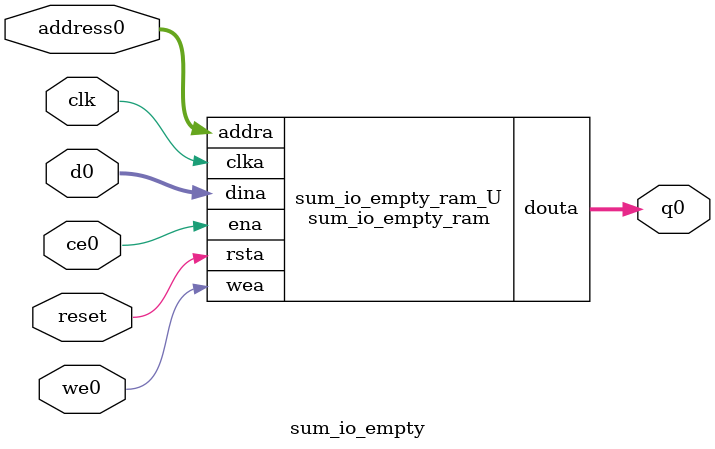
<source format=v>


`timescale 1ps/1ps
module sum_io_empty_ram # (

  // Common module parameters
  parameter integer                 MEMORY_SIZE        = 80000,
  parameter                         MEMORY_PRIMITIVE   = "ultra",
  parameter                         ECC_MODE           = "no_ecc",
  parameter                         MEMORY_INIT_FILE   = "none",
  parameter                         WAKEUP_TIME        = "disable_sleep",
  parameter integer                 MESSAGE_CONTROL    = 0,

  // Port A module parameters
  parameter integer                 WRITE_DATA_WIDTH_A = 4,
  parameter integer                 READ_DATA_WIDTH_A  = WRITE_DATA_WIDTH_A,
  parameter integer                 BYTE_WRITE_WIDTH_A = WRITE_DATA_WIDTH_A,
  parameter integer                 ADDR_WIDTH_A       = 15,
  parameter                         READ_RESET_VALUE_A = "0",
  parameter integer                 READ_LATENCY_A     = 2,
  parameter                         WRITE_MODE_A       = "read_first"

) (

  // Port A module ports
  input  wire                                               clka,
  input  wire                                               rsta,
  input  wire                                               ena,
  input  wire [(WRITE_DATA_WIDTH_A/BYTE_WRITE_WIDTH_A)-1:0] wea,
  input  wire [ADDR_WIDTH_A-1:0]                            addra,
  input  wire [WRITE_DATA_WIDTH_A-1:0]                      dina,
  output wire [READ_DATA_WIDTH_A-1:0]                       douta

);

// Set parameter values and connect ports to instantiate an XPM_MEMORY single port RAM configuration
xpm_memory_spram # (

  // Common module parameters
  .MEMORY_SIZE        (MEMORY_SIZE),   //positive integer
  .MEMORY_PRIMITIVE   (MEMORY_PRIMITIVE),      //string; "auto", "distributed", "block" or "ultra";
  .ECC_MODE           (ECC_MODE),      //do not change
  .MEMORY_INIT_FILE   (MEMORY_INIT_FILE), //string; "none" or "<filename>.mem" 
  .MEMORY_INIT_PARAM  (""), //string;
  .WAKEUP_TIME        (WAKEUP_TIME),      //string; "disable_sleep" or "use_sleep_pin"
  .MESSAGE_CONTROL    (MESSAGE_CONTROL),      //do not change

  // Port A module parameters
  .WRITE_DATA_WIDTH_A (WRITE_DATA_WIDTH_A),     //positive integer
  .READ_DATA_WIDTH_A  (READ_DATA_WIDTH_A),     //positive integer
  .BYTE_WRITE_WIDTH_A (BYTE_WRITE_WIDTH_A),     //integer; 8, 9, or WRITE_DATA_WIDTH_A value
  .ADDR_WIDTH_A       (ADDR_WIDTH_A),      //positive integer
  .READ_RESET_VALUE_A (READ_RESET_VALUE_A),  //string
  .READ_LATENCY_A     (READ_LATENCY_A),      //non-negative integer
  .WRITE_MODE_A       (WRITE_MODE_A)       //string; "write_first", "read_first", "no_change"

) xpm_memory_spram_inst (

  // Common module ports
  .sleep          (1'b0),  //do not change

  // Port A module ports
  .clka           (clka),
  .rsta           (rsta),
  .ena            (ena),
  .regcea         (1'b1),  //do not change
  .wea            (wea),
  .addra          (addra),
  .dina           (dina),
  .injectsbiterra (1'b0),  //do not change
  .injectdbiterra (1'b0),  //do not change
  .douta          (douta),
  .sbiterra       (),      //do not change
  .dbiterra       ()       //do not change

);

endmodule : sum_io_empty_ram

`timescale 1 ns / 1 ps
module sum_io_empty(
    reset,
    clk,
    address0,
    ce0,
    we0,
    d0,
    q0);

parameter DataWidth = 32'd4;
parameter AddressRange = 32'd20000;
parameter AddressWidth = 32'd15;
input reset;
input clk;
input[AddressWidth - 1:0] address0;
input ce0;
input we0;
input[DataWidth - 1:0] d0;
output[DataWidth - 1:0] q0;



sum_io_empty_ram sum_io_empty_ram_U(
    .clka( clk ),
    .rsta( reset ),
    .addra( address0 ),
    .ena( ce0 ),
    .dina( d0 ),
    .wea( we0 ),
    .douta( q0 ));

endmodule


</source>
